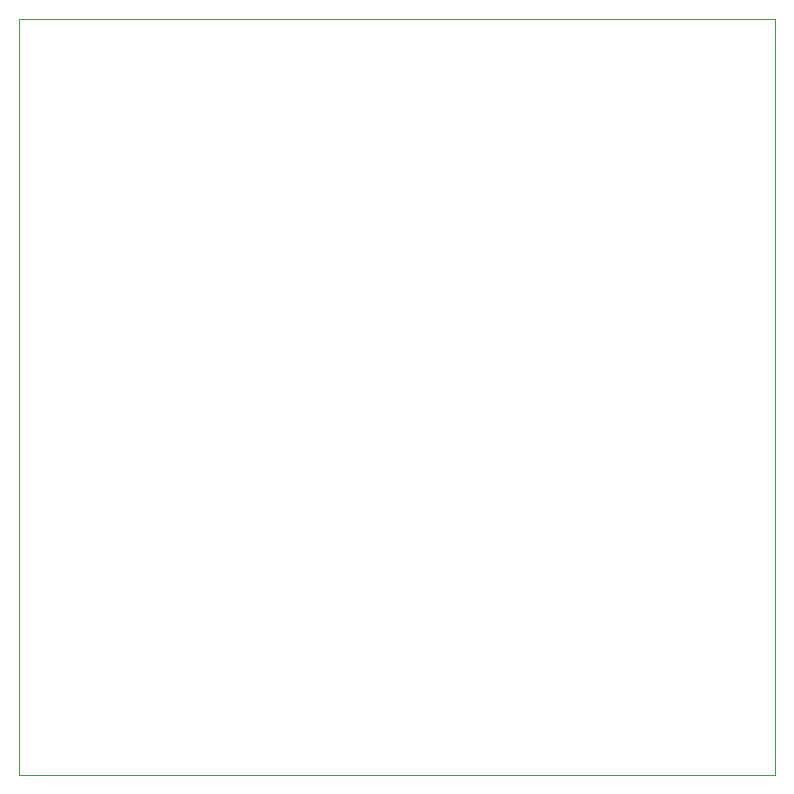
<source format=gbr>
G04 #@! TF.GenerationSoftware,KiCad,Pcbnew,(5.1.2)-1*
G04 #@! TF.CreationDate,2019-10-08T11:37:34+11:00*
G04 #@! TF.ProjectId,AnalogDiscovery_x20_powerMainsProbe,416e616c-6f67-4446-9973-636f76657279,rev?*
G04 #@! TF.SameCoordinates,PX69618a0PY7bfa480*
G04 #@! TF.FileFunction,Profile,NP*
%FSLAX46Y46*%
G04 Gerber Fmt 4.6, Leading zero omitted, Abs format (unit mm)*
G04 Created by KiCad (PCBNEW (5.1.2)-1) date 2019-10-08 11:37:34*
%MOMM*%
%LPD*%
G04 APERTURE LIST*
%ADD10C,0.050000*%
G04 APERTURE END LIST*
D10*
X64000000Y0D02*
X64000000Y64000000D01*
X0Y0D02*
X64000000Y0D01*
X0Y64000000D02*
X64000000Y64000000D01*
X0Y0D02*
X0Y64000000D01*
M02*

</source>
